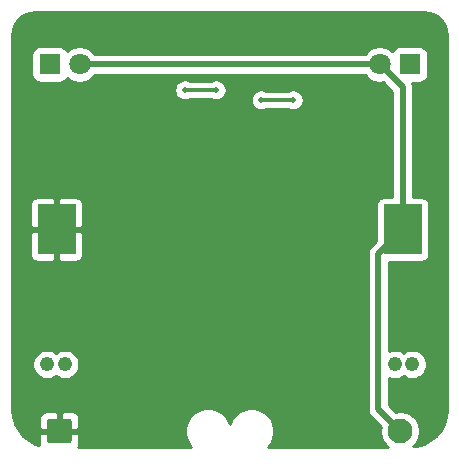
<source format=gbr>
%TF.GenerationSoftware,KiCad,Pcbnew,(5.1.7)-1*%
%TF.CreationDate,2021-04-21T21:28:38-05:00*%
%TF.ProjectId,blinky_kit_pcb,626c696e-6b79-45f6-9b69-745f7063622e,1.0*%
%TF.SameCoordinates,Original*%
%TF.FileFunction,Copper,L2,Bot*%
%TF.FilePolarity,Positive*%
%FSLAX46Y46*%
G04 Gerber Fmt 4.6, Leading zero omitted, Abs format (unit mm)*
G04 Created by KiCad (PCBNEW (5.1.7)-1) date 2021-04-21 21:28:38*
%MOMM*%
%LPD*%
G01*
G04 APERTURE LIST*
%TA.AperFunction,ComponentPad*%
%ADD10C,2.100000*%
%TD*%
%TA.AperFunction,SMDPad,CuDef*%
%ADD11R,3.200000X4.200000*%
%TD*%
%TA.AperFunction,ComponentPad*%
%ADD12C,1.219200*%
%TD*%
%TA.AperFunction,ComponentPad*%
%ADD13R,1.800000X1.800000*%
%TD*%
%TA.AperFunction,ComponentPad*%
%ADD14C,1.800000*%
%TD*%
%TA.AperFunction,ViaPad*%
%ADD15C,0.508000*%
%TD*%
%TA.AperFunction,Conductor*%
%ADD16C,0.508000*%
%TD*%
%TA.AperFunction,Conductor*%
%ADD17C,0.304800*%
%TD*%
%TA.AperFunction,Conductor*%
%ADD18C,0.254000*%
%TD*%
%TA.AperFunction,Conductor*%
%ADD19C,0.100000*%
%TD*%
G04 APERTURE END LIST*
D10*
%TO.P,J1,2*%
%TO.N,VCC*%
X155402800Y-114858800D03*
%TO.P,J1,1*%
%TO.N,GND*%
%TA.AperFunction,ComponentPad*%
G36*
G01*
X127342800Y-115908800D02*
X125742800Y-115908800D01*
G75*
G02*
X125492800Y-115658800I0J250000D01*
G01*
X125492800Y-114058800D01*
G75*
G02*
X125742800Y-113808800I250000J0D01*
G01*
X127342800Y-113808800D01*
G75*
G02*
X127592800Y-114058800I0J-250000D01*
G01*
X127592800Y-115658800D01*
G75*
G02*
X127342800Y-115908800I-250000J0D01*
G01*
G37*
%TD.AperFunction*%
%TD*%
D11*
%TO.P,BT1,2*%
%TO.N,GND*%
X126320000Y-97790000D03*
%TO.P,BT1,1*%
%TO.N,VCC*%
X155620000Y-97790000D03*
%TD*%
D12*
%TO.P,C1,2*%
%TO.N,Net-(C1-Pad2)*%
X125500000Y-109220000D03*
%TO.P,C1,1*%
%TO.N,Net-(C1-Pad1)*%
X127000000Y-109220000D03*
%TD*%
%TO.P,C2,1*%
%TO.N,Net-(C2-Pad1)*%
X154940000Y-109220000D03*
%TO.P,C2,2*%
%TO.N,Net-(C2-Pad2)*%
X156440000Y-109220000D03*
%TD*%
D13*
%TO.P,D1,1*%
%TO.N,Net-(D1-Pad1)*%
X156210000Y-83820000D03*
D14*
%TO.P,D1,2*%
%TO.N,VCC*%
X153670000Y-83820000D03*
%TD*%
%TO.P,D2,2*%
%TO.N,VCC*%
X128270000Y-83820000D03*
D13*
%TO.P,D2,1*%
%TO.N,Net-(D2-Pad1)*%
X125730000Y-83820000D03*
%TD*%
D15*
%TO.N,GND*%
X152273000Y-98679000D03*
X127889000Y-94615000D03*
%TO.N,Net-(C1-Pad2)*%
X137160000Y-85979000D03*
X139827000Y-85979000D03*
%TO.N,Net-(C2-Pad2)*%
X146357382Y-86814618D03*
X143637000Y-86814618D03*
%TD*%
D16*
%TO.N,VCC*%
X153543000Y-112999000D02*
X155402800Y-114858800D01*
X153543000Y-99867000D02*
X153543000Y-112999000D01*
X155620000Y-97790000D02*
X153543000Y-99867000D01*
X155620000Y-85770000D02*
X153670000Y-83820000D01*
X155620000Y-97790000D02*
X155620000Y-85770000D01*
X153670000Y-83820000D02*
X128270000Y-83820000D01*
D17*
%TO.N,Net-(C1-Pad2)*%
X137160000Y-85979000D02*
X139827000Y-85979000D01*
%TO.N,Net-(C2-Pad2)*%
X146357382Y-86814618D02*
X143637000Y-86814618D01*
%TD*%
D18*
%TO.N,GND*%
X157844545Y-79438909D02*
X158195208Y-79544780D01*
X158518625Y-79716744D01*
X158802484Y-79948254D01*
X159035965Y-80230486D01*
X159210183Y-80552695D01*
X159318502Y-80902614D01*
X159360001Y-81297452D01*
X159360000Y-112997721D01*
X159296904Y-113641221D01*
X159119394Y-114229164D01*
X158831063Y-114771436D01*
X158442906Y-115247364D01*
X157969686Y-115638845D01*
X157429449Y-115930950D01*
X156842756Y-116112563D01*
X156495488Y-116149062D01*
X156711625Y-115932925D01*
X156896028Y-115656947D01*
X157023046Y-115350296D01*
X157087800Y-115024758D01*
X157087800Y-114692842D01*
X157023046Y-114367304D01*
X156896028Y-114060653D01*
X156711625Y-113784675D01*
X156476925Y-113549975D01*
X156200947Y-113365572D01*
X155894296Y-113238554D01*
X155568758Y-113173800D01*
X155236842Y-113173800D01*
X155018472Y-113217237D01*
X154432000Y-112630765D01*
X154432000Y-110356725D01*
X154576964Y-110416771D01*
X154817418Y-110464600D01*
X155062582Y-110464600D01*
X155303036Y-110416771D01*
X155529539Y-110322950D01*
X155690000Y-110215734D01*
X155850461Y-110322950D01*
X156076964Y-110416771D01*
X156317418Y-110464600D01*
X156562582Y-110464600D01*
X156803036Y-110416771D01*
X157029539Y-110322950D01*
X157233386Y-110186744D01*
X157406744Y-110013386D01*
X157542950Y-109809539D01*
X157636771Y-109583036D01*
X157684600Y-109342582D01*
X157684600Y-109097418D01*
X157636771Y-108856964D01*
X157542950Y-108630461D01*
X157406744Y-108426614D01*
X157233386Y-108253256D01*
X157029539Y-108117050D01*
X156803036Y-108023229D01*
X156562582Y-107975400D01*
X156317418Y-107975400D01*
X156076964Y-108023229D01*
X155850461Y-108117050D01*
X155690000Y-108224266D01*
X155529539Y-108117050D01*
X155303036Y-108023229D01*
X155062582Y-107975400D01*
X154817418Y-107975400D01*
X154576964Y-108023229D01*
X154432000Y-108083275D01*
X154432000Y-100528072D01*
X157220000Y-100528072D01*
X157344482Y-100515812D01*
X157464180Y-100479502D01*
X157574494Y-100420537D01*
X157671185Y-100341185D01*
X157750537Y-100244494D01*
X157809502Y-100134180D01*
X157845812Y-100014482D01*
X157858072Y-99890000D01*
X157858072Y-95690000D01*
X157845812Y-95565518D01*
X157809502Y-95445820D01*
X157750537Y-95335506D01*
X157671185Y-95238815D01*
X157574494Y-95159463D01*
X157464180Y-95100498D01*
X157344482Y-95064188D01*
X157220000Y-95051928D01*
X156509000Y-95051928D01*
X156509000Y-85813659D01*
X156513300Y-85769999D01*
X156509000Y-85726339D01*
X156509000Y-85726333D01*
X156496136Y-85595726D01*
X156496136Y-85595724D01*
X156445302Y-85428147D01*
X156436829Y-85412296D01*
X156407846Y-85358072D01*
X157110000Y-85358072D01*
X157234482Y-85345812D01*
X157354180Y-85309502D01*
X157464494Y-85250537D01*
X157561185Y-85171185D01*
X157640537Y-85074494D01*
X157699502Y-84964180D01*
X157735812Y-84844482D01*
X157748072Y-84720000D01*
X157748072Y-82920000D01*
X157735812Y-82795518D01*
X157699502Y-82675820D01*
X157640537Y-82565506D01*
X157561185Y-82468815D01*
X157464494Y-82389463D01*
X157354180Y-82330498D01*
X157234482Y-82294188D01*
X157110000Y-82281928D01*
X155310000Y-82281928D01*
X155185518Y-82294188D01*
X155065820Y-82330498D01*
X154955506Y-82389463D01*
X154858815Y-82468815D01*
X154779463Y-82565506D01*
X154720498Y-82675820D01*
X154714944Y-82694127D01*
X154648505Y-82627688D01*
X154397095Y-82459701D01*
X154117743Y-82343989D01*
X153821184Y-82285000D01*
X153518816Y-82285000D01*
X153222257Y-82343989D01*
X152942905Y-82459701D01*
X152691495Y-82627688D01*
X152477688Y-82841495D01*
X152417883Y-82931000D01*
X129522117Y-82931000D01*
X129462312Y-82841495D01*
X129248505Y-82627688D01*
X128997095Y-82459701D01*
X128717743Y-82343989D01*
X128421184Y-82285000D01*
X128118816Y-82285000D01*
X127822257Y-82343989D01*
X127542905Y-82459701D01*
X127291495Y-82627688D01*
X127225056Y-82694127D01*
X127219502Y-82675820D01*
X127160537Y-82565506D01*
X127081185Y-82468815D01*
X126984494Y-82389463D01*
X126874180Y-82330498D01*
X126754482Y-82294188D01*
X126630000Y-82281928D01*
X124830000Y-82281928D01*
X124705518Y-82294188D01*
X124585820Y-82330498D01*
X124475506Y-82389463D01*
X124378815Y-82468815D01*
X124299463Y-82565506D01*
X124240498Y-82675820D01*
X124204188Y-82795518D01*
X124191928Y-82920000D01*
X124191928Y-84720000D01*
X124204188Y-84844482D01*
X124240498Y-84964180D01*
X124299463Y-85074494D01*
X124378815Y-85171185D01*
X124475506Y-85250537D01*
X124585820Y-85309502D01*
X124705518Y-85345812D01*
X124830000Y-85358072D01*
X126630000Y-85358072D01*
X126754482Y-85345812D01*
X126874180Y-85309502D01*
X126984494Y-85250537D01*
X127081185Y-85171185D01*
X127160537Y-85074494D01*
X127219502Y-84964180D01*
X127225056Y-84945873D01*
X127291495Y-85012312D01*
X127542905Y-85180299D01*
X127822257Y-85296011D01*
X128118816Y-85355000D01*
X128421184Y-85355000D01*
X128717743Y-85296011D01*
X128997095Y-85180299D01*
X129248505Y-85012312D01*
X129462312Y-84798505D01*
X129522117Y-84709000D01*
X152417883Y-84709000D01*
X152477688Y-84798505D01*
X152691495Y-85012312D01*
X152942905Y-85180299D01*
X153222257Y-85296011D01*
X153518816Y-85355000D01*
X153821184Y-85355000D01*
X153926764Y-85333999D01*
X154731001Y-86138237D01*
X154731000Y-95051928D01*
X154020000Y-95051928D01*
X153895518Y-95064188D01*
X153775820Y-95100498D01*
X153665506Y-95159463D01*
X153568815Y-95238815D01*
X153489463Y-95335506D01*
X153430498Y-95445820D01*
X153394188Y-95565518D01*
X153381928Y-95690000D01*
X153381928Y-98770837D01*
X152945264Y-99207501D01*
X152911341Y-99235341D01*
X152800247Y-99370710D01*
X152717697Y-99525150D01*
X152666864Y-99692727D01*
X152654000Y-99823334D01*
X152654000Y-99823340D01*
X152649700Y-99867000D01*
X152654000Y-99910660D01*
X152654001Y-112955330D01*
X152649700Y-112999000D01*
X152666864Y-113173274D01*
X152717698Y-113340852D01*
X152800248Y-113495291D01*
X152870937Y-113581425D01*
X152911342Y-113630659D01*
X152945259Y-113658494D01*
X153761237Y-114474472D01*
X153717800Y-114692842D01*
X153717800Y-115024758D01*
X153782554Y-115350296D01*
X153909572Y-115656947D01*
X154093975Y-115932925D01*
X154328675Y-116167625D01*
X154347195Y-116180000D01*
X144218104Y-116180000D01*
X144305813Y-116092291D01*
X144517575Y-115775366D01*
X144663439Y-115423219D01*
X144737800Y-115049381D01*
X144737800Y-114668219D01*
X144663439Y-114294381D01*
X144517575Y-113942234D01*
X144305813Y-113625309D01*
X144036291Y-113355787D01*
X143719366Y-113144025D01*
X143367219Y-112998161D01*
X142993381Y-112923800D01*
X142612219Y-112923800D01*
X142238381Y-112998161D01*
X141886234Y-113144025D01*
X141569309Y-113355787D01*
X141299787Y-113625309D01*
X141088025Y-113942234D01*
X140972800Y-114220412D01*
X140857575Y-113942234D01*
X140645813Y-113625309D01*
X140376291Y-113355787D01*
X140059366Y-113144025D01*
X139707219Y-112998161D01*
X139333381Y-112923800D01*
X138952219Y-112923800D01*
X138578381Y-112998161D01*
X138226234Y-113144025D01*
X137909309Y-113355787D01*
X137639787Y-113625309D01*
X137428025Y-113942234D01*
X137282161Y-114294381D01*
X137207800Y-114668219D01*
X137207800Y-115049381D01*
X137282161Y-115423219D01*
X137428025Y-115775366D01*
X137639787Y-116092291D01*
X137727496Y-116180000D01*
X128167859Y-116180000D01*
X128182302Y-116152980D01*
X128218612Y-116033282D01*
X128230872Y-115908800D01*
X128227800Y-115144550D01*
X128069050Y-114985800D01*
X126669800Y-114985800D01*
X126669800Y-115005800D01*
X126415800Y-115005800D01*
X126415800Y-114985800D01*
X125016550Y-114985800D01*
X124857800Y-115144550D01*
X124854728Y-115908800D01*
X124866988Y-116033282D01*
X124869527Y-116041650D01*
X124530836Y-115939394D01*
X123988564Y-115651063D01*
X123512636Y-115262906D01*
X123121155Y-114789686D01*
X122829050Y-114249449D01*
X122692646Y-113808800D01*
X124854728Y-113808800D01*
X124857800Y-114573050D01*
X125016550Y-114731800D01*
X126415800Y-114731800D01*
X126415800Y-113332550D01*
X126669800Y-113332550D01*
X126669800Y-114731800D01*
X128069050Y-114731800D01*
X128227800Y-114573050D01*
X128230872Y-113808800D01*
X128218612Y-113684318D01*
X128182302Y-113564620D01*
X128123337Y-113454306D01*
X128043985Y-113357615D01*
X127947294Y-113278263D01*
X127836980Y-113219298D01*
X127717282Y-113182988D01*
X127592800Y-113170728D01*
X126828550Y-113173800D01*
X126669800Y-113332550D01*
X126415800Y-113332550D01*
X126257050Y-113173800D01*
X125492800Y-113170728D01*
X125368318Y-113182988D01*
X125248620Y-113219298D01*
X125138306Y-113278263D01*
X125041615Y-113357615D01*
X124962263Y-113454306D01*
X124903298Y-113564620D01*
X124866988Y-113684318D01*
X124854728Y-113808800D01*
X122692646Y-113808800D01*
X122647437Y-113662756D01*
X122580000Y-113021130D01*
X122580000Y-109097418D01*
X124255400Y-109097418D01*
X124255400Y-109342582D01*
X124303229Y-109583036D01*
X124397050Y-109809539D01*
X124533256Y-110013386D01*
X124706614Y-110186744D01*
X124910461Y-110322950D01*
X125136964Y-110416771D01*
X125377418Y-110464600D01*
X125622582Y-110464600D01*
X125863036Y-110416771D01*
X126089539Y-110322950D01*
X126250000Y-110215734D01*
X126410461Y-110322950D01*
X126636964Y-110416771D01*
X126877418Y-110464600D01*
X127122582Y-110464600D01*
X127363036Y-110416771D01*
X127589539Y-110322950D01*
X127793386Y-110186744D01*
X127966744Y-110013386D01*
X128102950Y-109809539D01*
X128196771Y-109583036D01*
X128244600Y-109342582D01*
X128244600Y-109097418D01*
X128196771Y-108856964D01*
X128102950Y-108630461D01*
X127966744Y-108426614D01*
X127793386Y-108253256D01*
X127589539Y-108117050D01*
X127363036Y-108023229D01*
X127122582Y-107975400D01*
X126877418Y-107975400D01*
X126636964Y-108023229D01*
X126410461Y-108117050D01*
X126250000Y-108224266D01*
X126089539Y-108117050D01*
X125863036Y-108023229D01*
X125622582Y-107975400D01*
X125377418Y-107975400D01*
X125136964Y-108023229D01*
X124910461Y-108117050D01*
X124706614Y-108253256D01*
X124533256Y-108426614D01*
X124397050Y-108630461D01*
X124303229Y-108856964D01*
X124255400Y-109097418D01*
X122580000Y-109097418D01*
X122580000Y-99890000D01*
X124081928Y-99890000D01*
X124094188Y-100014482D01*
X124130498Y-100134180D01*
X124189463Y-100244494D01*
X124268815Y-100341185D01*
X124365506Y-100420537D01*
X124475820Y-100479502D01*
X124595518Y-100515812D01*
X124720000Y-100528072D01*
X126034250Y-100525000D01*
X126193000Y-100366250D01*
X126193000Y-97917000D01*
X126447000Y-97917000D01*
X126447000Y-100366250D01*
X126605750Y-100525000D01*
X127920000Y-100528072D01*
X128044482Y-100515812D01*
X128164180Y-100479502D01*
X128274494Y-100420537D01*
X128371185Y-100341185D01*
X128450537Y-100244494D01*
X128509502Y-100134180D01*
X128545812Y-100014482D01*
X128558072Y-99890000D01*
X128555000Y-98075750D01*
X128396250Y-97917000D01*
X126447000Y-97917000D01*
X126193000Y-97917000D01*
X124243750Y-97917000D01*
X124085000Y-98075750D01*
X124081928Y-99890000D01*
X122580000Y-99890000D01*
X122580000Y-95690000D01*
X124081928Y-95690000D01*
X124085000Y-97504250D01*
X124243750Y-97663000D01*
X126193000Y-97663000D01*
X126193000Y-95213750D01*
X126447000Y-95213750D01*
X126447000Y-97663000D01*
X128396250Y-97663000D01*
X128555000Y-97504250D01*
X128558072Y-95690000D01*
X128545812Y-95565518D01*
X128509502Y-95445820D01*
X128450537Y-95335506D01*
X128371185Y-95238815D01*
X128274494Y-95159463D01*
X128164180Y-95100498D01*
X128044482Y-95064188D01*
X127920000Y-95051928D01*
X126605750Y-95055000D01*
X126447000Y-95213750D01*
X126193000Y-95213750D01*
X126034250Y-95055000D01*
X124720000Y-95051928D01*
X124595518Y-95064188D01*
X124475820Y-95100498D01*
X124365506Y-95159463D01*
X124268815Y-95238815D01*
X124189463Y-95335506D01*
X124130498Y-95445820D01*
X124094188Y-95565518D01*
X124081928Y-95690000D01*
X122580000Y-95690000D01*
X122580000Y-85891441D01*
X136271000Y-85891441D01*
X136271000Y-86066559D01*
X136305164Y-86238312D01*
X136372179Y-86400099D01*
X136469469Y-86545704D01*
X136593296Y-86669531D01*
X136738901Y-86766821D01*
X136900688Y-86833836D01*
X137072441Y-86868000D01*
X137247559Y-86868000D01*
X137419312Y-86833836D01*
X137581099Y-86766821D01*
X137581729Y-86766400D01*
X139405271Y-86766400D01*
X139405901Y-86766821D01*
X139567688Y-86833836D01*
X139739441Y-86868000D01*
X139914559Y-86868000D01*
X140086312Y-86833836D01*
X140248099Y-86766821D01*
X140307607Y-86727059D01*
X142748000Y-86727059D01*
X142748000Y-86902177D01*
X142782164Y-87073930D01*
X142849179Y-87235717D01*
X142946469Y-87381322D01*
X143070296Y-87505149D01*
X143215901Y-87602439D01*
X143377688Y-87669454D01*
X143549441Y-87703618D01*
X143724559Y-87703618D01*
X143896312Y-87669454D01*
X144058099Y-87602439D01*
X144058729Y-87602018D01*
X145935653Y-87602018D01*
X145936283Y-87602439D01*
X146098070Y-87669454D01*
X146269823Y-87703618D01*
X146444941Y-87703618D01*
X146616694Y-87669454D01*
X146778481Y-87602439D01*
X146924086Y-87505149D01*
X147047913Y-87381322D01*
X147145203Y-87235717D01*
X147212218Y-87073930D01*
X147246382Y-86902177D01*
X147246382Y-86727059D01*
X147212218Y-86555306D01*
X147145203Y-86393519D01*
X147047913Y-86247914D01*
X146924086Y-86124087D01*
X146778481Y-86026797D01*
X146616694Y-85959782D01*
X146444941Y-85925618D01*
X146269823Y-85925618D01*
X146098070Y-85959782D01*
X145936283Y-86026797D01*
X145935653Y-86027218D01*
X144058729Y-86027218D01*
X144058099Y-86026797D01*
X143896312Y-85959782D01*
X143724559Y-85925618D01*
X143549441Y-85925618D01*
X143377688Y-85959782D01*
X143215901Y-86026797D01*
X143070296Y-86124087D01*
X142946469Y-86247914D01*
X142849179Y-86393519D01*
X142782164Y-86555306D01*
X142748000Y-86727059D01*
X140307607Y-86727059D01*
X140393704Y-86669531D01*
X140517531Y-86545704D01*
X140614821Y-86400099D01*
X140681836Y-86238312D01*
X140716000Y-86066559D01*
X140716000Y-85891441D01*
X140681836Y-85719688D01*
X140614821Y-85557901D01*
X140517531Y-85412296D01*
X140393704Y-85288469D01*
X140248099Y-85191179D01*
X140086312Y-85124164D01*
X139914559Y-85090000D01*
X139739441Y-85090000D01*
X139567688Y-85124164D01*
X139405901Y-85191179D01*
X139405271Y-85191600D01*
X137581729Y-85191600D01*
X137581099Y-85191179D01*
X137419312Y-85124164D01*
X137247559Y-85090000D01*
X137072441Y-85090000D01*
X136900688Y-85124164D01*
X136738901Y-85191179D01*
X136593296Y-85288469D01*
X136469469Y-85412296D01*
X136372179Y-85557901D01*
X136305164Y-85719688D01*
X136271000Y-85891441D01*
X122580000Y-85891441D01*
X122580000Y-81312279D01*
X122618909Y-80915455D01*
X122724780Y-80564792D01*
X122896744Y-80241375D01*
X123128254Y-79957516D01*
X123410486Y-79724035D01*
X123732695Y-79549817D01*
X124082614Y-79441498D01*
X124477443Y-79400000D01*
X157447721Y-79400000D01*
X157844545Y-79438909D01*
%TA.AperFunction,Conductor*%
D19*
G36*
X157844545Y-79438909D02*
G01*
X158195208Y-79544780D01*
X158518625Y-79716744D01*
X158802484Y-79948254D01*
X159035965Y-80230486D01*
X159210183Y-80552695D01*
X159318502Y-80902614D01*
X159360001Y-81297452D01*
X159360000Y-112997721D01*
X159296904Y-113641221D01*
X159119394Y-114229164D01*
X158831063Y-114771436D01*
X158442906Y-115247364D01*
X157969686Y-115638845D01*
X157429449Y-115930950D01*
X156842756Y-116112563D01*
X156495488Y-116149062D01*
X156711625Y-115932925D01*
X156896028Y-115656947D01*
X157023046Y-115350296D01*
X157087800Y-115024758D01*
X157087800Y-114692842D01*
X157023046Y-114367304D01*
X156896028Y-114060653D01*
X156711625Y-113784675D01*
X156476925Y-113549975D01*
X156200947Y-113365572D01*
X155894296Y-113238554D01*
X155568758Y-113173800D01*
X155236842Y-113173800D01*
X155018472Y-113217237D01*
X154432000Y-112630765D01*
X154432000Y-110356725D01*
X154576964Y-110416771D01*
X154817418Y-110464600D01*
X155062582Y-110464600D01*
X155303036Y-110416771D01*
X155529539Y-110322950D01*
X155690000Y-110215734D01*
X155850461Y-110322950D01*
X156076964Y-110416771D01*
X156317418Y-110464600D01*
X156562582Y-110464600D01*
X156803036Y-110416771D01*
X157029539Y-110322950D01*
X157233386Y-110186744D01*
X157406744Y-110013386D01*
X157542950Y-109809539D01*
X157636771Y-109583036D01*
X157684600Y-109342582D01*
X157684600Y-109097418D01*
X157636771Y-108856964D01*
X157542950Y-108630461D01*
X157406744Y-108426614D01*
X157233386Y-108253256D01*
X157029539Y-108117050D01*
X156803036Y-108023229D01*
X156562582Y-107975400D01*
X156317418Y-107975400D01*
X156076964Y-108023229D01*
X155850461Y-108117050D01*
X155690000Y-108224266D01*
X155529539Y-108117050D01*
X155303036Y-108023229D01*
X155062582Y-107975400D01*
X154817418Y-107975400D01*
X154576964Y-108023229D01*
X154432000Y-108083275D01*
X154432000Y-100528072D01*
X157220000Y-100528072D01*
X157344482Y-100515812D01*
X157464180Y-100479502D01*
X157574494Y-100420537D01*
X157671185Y-100341185D01*
X157750537Y-100244494D01*
X157809502Y-100134180D01*
X157845812Y-100014482D01*
X157858072Y-99890000D01*
X157858072Y-95690000D01*
X157845812Y-95565518D01*
X157809502Y-95445820D01*
X157750537Y-95335506D01*
X157671185Y-95238815D01*
X157574494Y-95159463D01*
X157464180Y-95100498D01*
X157344482Y-95064188D01*
X157220000Y-95051928D01*
X156509000Y-95051928D01*
X156509000Y-85813659D01*
X156513300Y-85769999D01*
X156509000Y-85726339D01*
X156509000Y-85726333D01*
X156496136Y-85595726D01*
X156496136Y-85595724D01*
X156445302Y-85428147D01*
X156436829Y-85412296D01*
X156407846Y-85358072D01*
X157110000Y-85358072D01*
X157234482Y-85345812D01*
X157354180Y-85309502D01*
X157464494Y-85250537D01*
X157561185Y-85171185D01*
X157640537Y-85074494D01*
X157699502Y-84964180D01*
X157735812Y-84844482D01*
X157748072Y-84720000D01*
X157748072Y-82920000D01*
X157735812Y-82795518D01*
X157699502Y-82675820D01*
X157640537Y-82565506D01*
X157561185Y-82468815D01*
X157464494Y-82389463D01*
X157354180Y-82330498D01*
X157234482Y-82294188D01*
X157110000Y-82281928D01*
X155310000Y-82281928D01*
X155185518Y-82294188D01*
X155065820Y-82330498D01*
X154955506Y-82389463D01*
X154858815Y-82468815D01*
X154779463Y-82565506D01*
X154720498Y-82675820D01*
X154714944Y-82694127D01*
X154648505Y-82627688D01*
X154397095Y-82459701D01*
X154117743Y-82343989D01*
X153821184Y-82285000D01*
X153518816Y-82285000D01*
X153222257Y-82343989D01*
X152942905Y-82459701D01*
X152691495Y-82627688D01*
X152477688Y-82841495D01*
X152417883Y-82931000D01*
X129522117Y-82931000D01*
X129462312Y-82841495D01*
X129248505Y-82627688D01*
X128997095Y-82459701D01*
X128717743Y-82343989D01*
X128421184Y-82285000D01*
X128118816Y-82285000D01*
X127822257Y-82343989D01*
X127542905Y-82459701D01*
X127291495Y-82627688D01*
X127225056Y-82694127D01*
X127219502Y-82675820D01*
X127160537Y-82565506D01*
X127081185Y-82468815D01*
X126984494Y-82389463D01*
X126874180Y-82330498D01*
X126754482Y-82294188D01*
X126630000Y-82281928D01*
X124830000Y-82281928D01*
X124705518Y-82294188D01*
X124585820Y-82330498D01*
X124475506Y-82389463D01*
X124378815Y-82468815D01*
X124299463Y-82565506D01*
X124240498Y-82675820D01*
X124204188Y-82795518D01*
X124191928Y-82920000D01*
X124191928Y-84720000D01*
X124204188Y-84844482D01*
X124240498Y-84964180D01*
X124299463Y-85074494D01*
X124378815Y-85171185D01*
X124475506Y-85250537D01*
X124585820Y-85309502D01*
X124705518Y-85345812D01*
X124830000Y-85358072D01*
X126630000Y-85358072D01*
X126754482Y-85345812D01*
X126874180Y-85309502D01*
X126984494Y-85250537D01*
X127081185Y-85171185D01*
X127160537Y-85074494D01*
X127219502Y-84964180D01*
X127225056Y-84945873D01*
X127291495Y-85012312D01*
X127542905Y-85180299D01*
X127822257Y-85296011D01*
X128118816Y-85355000D01*
X128421184Y-85355000D01*
X128717743Y-85296011D01*
X128997095Y-85180299D01*
X129248505Y-85012312D01*
X129462312Y-84798505D01*
X129522117Y-84709000D01*
X152417883Y-84709000D01*
X152477688Y-84798505D01*
X152691495Y-85012312D01*
X152942905Y-85180299D01*
X153222257Y-85296011D01*
X153518816Y-85355000D01*
X153821184Y-85355000D01*
X153926764Y-85333999D01*
X154731001Y-86138237D01*
X154731000Y-95051928D01*
X154020000Y-95051928D01*
X153895518Y-95064188D01*
X153775820Y-95100498D01*
X153665506Y-95159463D01*
X153568815Y-95238815D01*
X153489463Y-95335506D01*
X153430498Y-95445820D01*
X153394188Y-95565518D01*
X153381928Y-95690000D01*
X153381928Y-98770837D01*
X152945264Y-99207501D01*
X152911341Y-99235341D01*
X152800247Y-99370710D01*
X152717697Y-99525150D01*
X152666864Y-99692727D01*
X152654000Y-99823334D01*
X152654000Y-99823340D01*
X152649700Y-99867000D01*
X152654000Y-99910660D01*
X152654001Y-112955330D01*
X152649700Y-112999000D01*
X152666864Y-113173274D01*
X152717698Y-113340852D01*
X152800248Y-113495291D01*
X152870937Y-113581425D01*
X152911342Y-113630659D01*
X152945259Y-113658494D01*
X153761237Y-114474472D01*
X153717800Y-114692842D01*
X153717800Y-115024758D01*
X153782554Y-115350296D01*
X153909572Y-115656947D01*
X154093975Y-115932925D01*
X154328675Y-116167625D01*
X154347195Y-116180000D01*
X144218104Y-116180000D01*
X144305813Y-116092291D01*
X144517575Y-115775366D01*
X144663439Y-115423219D01*
X144737800Y-115049381D01*
X144737800Y-114668219D01*
X144663439Y-114294381D01*
X144517575Y-113942234D01*
X144305813Y-113625309D01*
X144036291Y-113355787D01*
X143719366Y-113144025D01*
X143367219Y-112998161D01*
X142993381Y-112923800D01*
X142612219Y-112923800D01*
X142238381Y-112998161D01*
X141886234Y-113144025D01*
X141569309Y-113355787D01*
X141299787Y-113625309D01*
X141088025Y-113942234D01*
X140972800Y-114220412D01*
X140857575Y-113942234D01*
X140645813Y-113625309D01*
X140376291Y-113355787D01*
X140059366Y-113144025D01*
X139707219Y-112998161D01*
X139333381Y-112923800D01*
X138952219Y-112923800D01*
X138578381Y-112998161D01*
X138226234Y-113144025D01*
X137909309Y-113355787D01*
X137639787Y-113625309D01*
X137428025Y-113942234D01*
X137282161Y-114294381D01*
X137207800Y-114668219D01*
X137207800Y-115049381D01*
X137282161Y-115423219D01*
X137428025Y-115775366D01*
X137639787Y-116092291D01*
X137727496Y-116180000D01*
X128167859Y-116180000D01*
X128182302Y-116152980D01*
X128218612Y-116033282D01*
X128230872Y-115908800D01*
X128227800Y-115144550D01*
X128069050Y-114985800D01*
X126669800Y-114985800D01*
X126669800Y-115005800D01*
X126415800Y-115005800D01*
X126415800Y-114985800D01*
X125016550Y-114985800D01*
X124857800Y-115144550D01*
X124854728Y-115908800D01*
X124866988Y-116033282D01*
X124869527Y-116041650D01*
X124530836Y-115939394D01*
X123988564Y-115651063D01*
X123512636Y-115262906D01*
X123121155Y-114789686D01*
X122829050Y-114249449D01*
X122692646Y-113808800D01*
X124854728Y-113808800D01*
X124857800Y-114573050D01*
X125016550Y-114731800D01*
X126415800Y-114731800D01*
X126415800Y-113332550D01*
X126669800Y-113332550D01*
X126669800Y-114731800D01*
X128069050Y-114731800D01*
X128227800Y-114573050D01*
X128230872Y-113808800D01*
X128218612Y-113684318D01*
X128182302Y-113564620D01*
X128123337Y-113454306D01*
X128043985Y-113357615D01*
X127947294Y-113278263D01*
X127836980Y-113219298D01*
X127717282Y-113182988D01*
X127592800Y-113170728D01*
X126828550Y-113173800D01*
X126669800Y-113332550D01*
X126415800Y-113332550D01*
X126257050Y-113173800D01*
X125492800Y-113170728D01*
X125368318Y-113182988D01*
X125248620Y-113219298D01*
X125138306Y-113278263D01*
X125041615Y-113357615D01*
X124962263Y-113454306D01*
X124903298Y-113564620D01*
X124866988Y-113684318D01*
X124854728Y-113808800D01*
X122692646Y-113808800D01*
X122647437Y-113662756D01*
X122580000Y-113021130D01*
X122580000Y-109097418D01*
X124255400Y-109097418D01*
X124255400Y-109342582D01*
X124303229Y-109583036D01*
X124397050Y-109809539D01*
X124533256Y-110013386D01*
X124706614Y-110186744D01*
X124910461Y-110322950D01*
X125136964Y-110416771D01*
X125377418Y-110464600D01*
X125622582Y-110464600D01*
X125863036Y-110416771D01*
X126089539Y-110322950D01*
X126250000Y-110215734D01*
X126410461Y-110322950D01*
X126636964Y-110416771D01*
X126877418Y-110464600D01*
X127122582Y-110464600D01*
X127363036Y-110416771D01*
X127589539Y-110322950D01*
X127793386Y-110186744D01*
X127966744Y-110013386D01*
X128102950Y-109809539D01*
X128196771Y-109583036D01*
X128244600Y-109342582D01*
X128244600Y-109097418D01*
X128196771Y-108856964D01*
X128102950Y-108630461D01*
X127966744Y-108426614D01*
X127793386Y-108253256D01*
X127589539Y-108117050D01*
X127363036Y-108023229D01*
X127122582Y-107975400D01*
X126877418Y-107975400D01*
X126636964Y-108023229D01*
X126410461Y-108117050D01*
X126250000Y-108224266D01*
X126089539Y-108117050D01*
X125863036Y-108023229D01*
X125622582Y-107975400D01*
X125377418Y-107975400D01*
X125136964Y-108023229D01*
X124910461Y-108117050D01*
X124706614Y-108253256D01*
X124533256Y-108426614D01*
X124397050Y-108630461D01*
X124303229Y-108856964D01*
X124255400Y-109097418D01*
X122580000Y-109097418D01*
X122580000Y-99890000D01*
X124081928Y-99890000D01*
X124094188Y-100014482D01*
X124130498Y-100134180D01*
X124189463Y-100244494D01*
X124268815Y-100341185D01*
X124365506Y-100420537D01*
X124475820Y-100479502D01*
X124595518Y-100515812D01*
X124720000Y-100528072D01*
X126034250Y-100525000D01*
X126193000Y-100366250D01*
X126193000Y-97917000D01*
X126447000Y-97917000D01*
X126447000Y-100366250D01*
X126605750Y-100525000D01*
X127920000Y-100528072D01*
X128044482Y-100515812D01*
X128164180Y-100479502D01*
X128274494Y-100420537D01*
X128371185Y-100341185D01*
X128450537Y-100244494D01*
X128509502Y-100134180D01*
X128545812Y-100014482D01*
X128558072Y-99890000D01*
X128555000Y-98075750D01*
X128396250Y-97917000D01*
X126447000Y-97917000D01*
X126193000Y-97917000D01*
X124243750Y-97917000D01*
X124085000Y-98075750D01*
X124081928Y-99890000D01*
X122580000Y-99890000D01*
X122580000Y-95690000D01*
X124081928Y-95690000D01*
X124085000Y-97504250D01*
X124243750Y-97663000D01*
X126193000Y-97663000D01*
X126193000Y-95213750D01*
X126447000Y-95213750D01*
X126447000Y-97663000D01*
X128396250Y-97663000D01*
X128555000Y-97504250D01*
X128558072Y-95690000D01*
X128545812Y-95565518D01*
X128509502Y-95445820D01*
X128450537Y-95335506D01*
X128371185Y-95238815D01*
X128274494Y-95159463D01*
X128164180Y-95100498D01*
X128044482Y-95064188D01*
X127920000Y-95051928D01*
X126605750Y-95055000D01*
X126447000Y-95213750D01*
X126193000Y-95213750D01*
X126034250Y-95055000D01*
X124720000Y-95051928D01*
X124595518Y-95064188D01*
X124475820Y-95100498D01*
X124365506Y-95159463D01*
X124268815Y-95238815D01*
X124189463Y-95335506D01*
X124130498Y-95445820D01*
X124094188Y-95565518D01*
X124081928Y-95690000D01*
X122580000Y-95690000D01*
X122580000Y-85891441D01*
X136271000Y-85891441D01*
X136271000Y-86066559D01*
X136305164Y-86238312D01*
X136372179Y-86400099D01*
X136469469Y-86545704D01*
X136593296Y-86669531D01*
X136738901Y-86766821D01*
X136900688Y-86833836D01*
X137072441Y-86868000D01*
X137247559Y-86868000D01*
X137419312Y-86833836D01*
X137581099Y-86766821D01*
X137581729Y-86766400D01*
X139405271Y-86766400D01*
X139405901Y-86766821D01*
X139567688Y-86833836D01*
X139739441Y-86868000D01*
X139914559Y-86868000D01*
X140086312Y-86833836D01*
X140248099Y-86766821D01*
X140307607Y-86727059D01*
X142748000Y-86727059D01*
X142748000Y-86902177D01*
X142782164Y-87073930D01*
X142849179Y-87235717D01*
X142946469Y-87381322D01*
X143070296Y-87505149D01*
X143215901Y-87602439D01*
X143377688Y-87669454D01*
X143549441Y-87703618D01*
X143724559Y-87703618D01*
X143896312Y-87669454D01*
X144058099Y-87602439D01*
X144058729Y-87602018D01*
X145935653Y-87602018D01*
X145936283Y-87602439D01*
X146098070Y-87669454D01*
X146269823Y-87703618D01*
X146444941Y-87703618D01*
X146616694Y-87669454D01*
X146778481Y-87602439D01*
X146924086Y-87505149D01*
X147047913Y-87381322D01*
X147145203Y-87235717D01*
X147212218Y-87073930D01*
X147246382Y-86902177D01*
X147246382Y-86727059D01*
X147212218Y-86555306D01*
X147145203Y-86393519D01*
X147047913Y-86247914D01*
X146924086Y-86124087D01*
X146778481Y-86026797D01*
X146616694Y-85959782D01*
X146444941Y-85925618D01*
X146269823Y-85925618D01*
X146098070Y-85959782D01*
X145936283Y-86026797D01*
X145935653Y-86027218D01*
X144058729Y-86027218D01*
X144058099Y-86026797D01*
X143896312Y-85959782D01*
X143724559Y-85925618D01*
X143549441Y-85925618D01*
X143377688Y-85959782D01*
X143215901Y-86026797D01*
X143070296Y-86124087D01*
X142946469Y-86247914D01*
X142849179Y-86393519D01*
X142782164Y-86555306D01*
X142748000Y-86727059D01*
X140307607Y-86727059D01*
X140393704Y-86669531D01*
X140517531Y-86545704D01*
X140614821Y-86400099D01*
X140681836Y-86238312D01*
X140716000Y-86066559D01*
X140716000Y-85891441D01*
X140681836Y-85719688D01*
X140614821Y-85557901D01*
X140517531Y-85412296D01*
X140393704Y-85288469D01*
X140248099Y-85191179D01*
X140086312Y-85124164D01*
X139914559Y-85090000D01*
X139739441Y-85090000D01*
X139567688Y-85124164D01*
X139405901Y-85191179D01*
X139405271Y-85191600D01*
X137581729Y-85191600D01*
X137581099Y-85191179D01*
X137419312Y-85124164D01*
X137247559Y-85090000D01*
X137072441Y-85090000D01*
X136900688Y-85124164D01*
X136738901Y-85191179D01*
X136593296Y-85288469D01*
X136469469Y-85412296D01*
X136372179Y-85557901D01*
X136305164Y-85719688D01*
X136271000Y-85891441D01*
X122580000Y-85891441D01*
X122580000Y-81312279D01*
X122618909Y-80915455D01*
X122724780Y-80564792D01*
X122896744Y-80241375D01*
X123128254Y-79957516D01*
X123410486Y-79724035D01*
X123732695Y-79549817D01*
X124082614Y-79441498D01*
X124477443Y-79400000D01*
X157447721Y-79400000D01*
X157844545Y-79438909D01*
G37*
%TD.AperFunction*%
%TD*%
M02*

</source>
